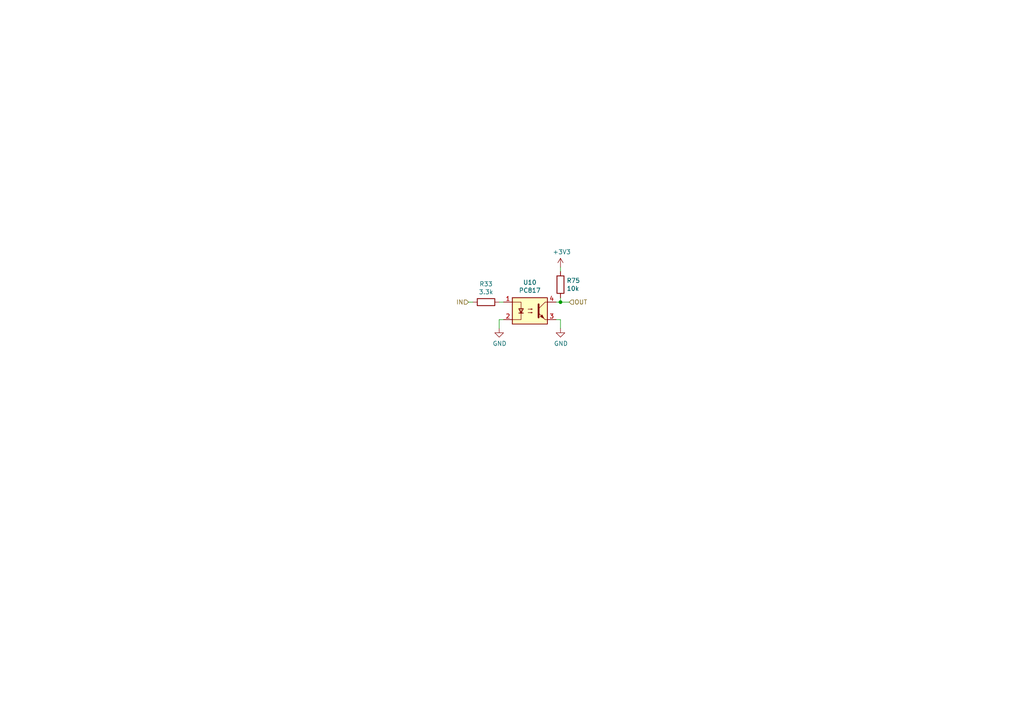
<source format=kicad_sch>
(kicad_sch (version 20211123) (generator eeschema)

  (uuid f69e36c6-01a6-483c-abf0-07d73af633d2)

  (paper "A4")

  (lib_symbols
    (symbol "Device:R" (pin_numbers hide) (pin_names (offset 0)) (in_bom yes) (on_board yes)
      (property "Reference" "R" (id 0) (at 2.032 0 90)
        (effects (font (size 1.27 1.27)))
      )
      (property "Value" "R" (id 1) (at 0 0 90)
        (effects (font (size 1.27 1.27)))
      )
      (property "Footprint" "" (id 2) (at -1.778 0 90)
        (effects (font (size 1.27 1.27)) hide)
      )
      (property "Datasheet" "~" (id 3) (at 0 0 0)
        (effects (font (size 1.27 1.27)) hide)
      )
      (property "ki_keywords" "R res resistor" (id 4) (at 0 0 0)
        (effects (font (size 1.27 1.27)) hide)
      )
      (property "ki_description" "Resistor" (id 5) (at 0 0 0)
        (effects (font (size 1.27 1.27)) hide)
      )
      (property "ki_fp_filters" "R_*" (id 6) (at 0 0 0)
        (effects (font (size 1.27 1.27)) hide)
      )
      (symbol "R_0_1"
        (rectangle (start -1.016 -2.54) (end 1.016 2.54)
          (stroke (width 0.254) (type default) (color 0 0 0 0))
          (fill (type none))
        )
      )
      (symbol "R_1_1"
        (pin passive line (at 0 3.81 270) (length 1.27)
          (name "~" (effects (font (size 1.27 1.27))))
          (number "1" (effects (font (size 1.27 1.27))))
        )
        (pin passive line (at 0 -3.81 90) (length 1.27)
          (name "~" (effects (font (size 1.27 1.27))))
          (number "2" (effects (font (size 1.27 1.27))))
        )
      )
    )
    (symbol "Isolator:PC817" (pin_names (offset 1.016)) (in_bom yes) (on_board yes)
      (property "Reference" "U" (id 0) (at -5.08 5.08 0)
        (effects (font (size 1.27 1.27)) (justify left))
      )
      (property "Value" "PC817" (id 1) (at 0 5.08 0)
        (effects (font (size 1.27 1.27)) (justify left))
      )
      (property "Footprint" "Package_DIP:DIP-4_W7.62mm" (id 2) (at -5.08 -5.08 0)
        (effects (font (size 1.27 1.27) italic) (justify left) hide)
      )
      (property "Datasheet" "http://www.soselectronic.cz/a_info/resource/d/pc817.pdf" (id 3) (at 0 0 0)
        (effects (font (size 1.27 1.27)) (justify left) hide)
      )
      (property "ki_keywords" "NPN DC Optocoupler" (id 4) (at 0 0 0)
        (effects (font (size 1.27 1.27)) hide)
      )
      (property "ki_description" "DC Optocoupler, Vce 35V, CTR 50-300%, DIP-4" (id 5) (at 0 0 0)
        (effects (font (size 1.27 1.27)) hide)
      )
      (property "ki_fp_filters" "DIP*W7.62mm*" (id 6) (at 0 0 0)
        (effects (font (size 1.27 1.27)) hide)
      )
      (symbol "PC817_0_1"
        (rectangle (start -5.08 3.81) (end 5.08 -3.81)
          (stroke (width 0.254) (type default) (color 0 0 0 0))
          (fill (type background))
        )
        (polyline
          (pts
            (xy -3.175 -0.635)
            (xy -1.905 -0.635)
          )
          (stroke (width 0.254) (type default) (color 0 0 0 0))
          (fill (type none))
        )
        (polyline
          (pts
            (xy 2.54 0.635)
            (xy 4.445 2.54)
          )
          (stroke (width 0) (type default) (color 0 0 0 0))
          (fill (type none))
        )
        (polyline
          (pts
            (xy 4.445 -2.54)
            (xy 2.54 -0.635)
          )
          (stroke (width 0) (type default) (color 0 0 0 0))
          (fill (type outline))
        )
        (polyline
          (pts
            (xy 4.445 -2.54)
            (xy 5.08 -2.54)
          )
          (stroke (width 0) (type default) (color 0 0 0 0))
          (fill (type none))
        )
        (polyline
          (pts
            (xy 4.445 2.54)
            (xy 5.08 2.54)
          )
          (stroke (width 0) (type default) (color 0 0 0 0))
          (fill (type none))
        )
        (polyline
          (pts
            (xy -5.08 2.54)
            (xy -2.54 2.54)
            (xy -2.54 -0.635)
          )
          (stroke (width 0) (type default) (color 0 0 0 0))
          (fill (type none))
        )
        (polyline
          (pts
            (xy -2.54 -0.635)
            (xy -2.54 -2.54)
            (xy -5.08 -2.54)
          )
          (stroke (width 0) (type default) (color 0 0 0 0))
          (fill (type none))
        )
        (polyline
          (pts
            (xy 2.54 1.905)
            (xy 2.54 -1.905)
            (xy 2.54 -1.905)
          )
          (stroke (width 0.508) (type default) (color 0 0 0 0))
          (fill (type none))
        )
        (polyline
          (pts
            (xy -2.54 -0.635)
            (xy -3.175 0.635)
            (xy -1.905 0.635)
            (xy -2.54 -0.635)
          )
          (stroke (width 0.254) (type default) (color 0 0 0 0))
          (fill (type none))
        )
        (polyline
          (pts
            (xy -0.508 -0.508)
            (xy 0.762 -0.508)
            (xy 0.381 -0.635)
            (xy 0.381 -0.381)
            (xy 0.762 -0.508)
          )
          (stroke (width 0) (type default) (color 0 0 0 0))
          (fill (type none))
        )
        (polyline
          (pts
            (xy -0.508 0.508)
            (xy 0.762 0.508)
            (xy 0.381 0.381)
            (xy 0.381 0.635)
            (xy 0.762 0.508)
          )
          (stroke (width 0) (type default) (color 0 0 0 0))
          (fill (type none))
        )
        (polyline
          (pts
            (xy 3.048 -1.651)
            (xy 3.556 -1.143)
            (xy 4.064 -2.159)
            (xy 3.048 -1.651)
            (xy 3.048 -1.651)
          )
          (stroke (width 0) (type default) (color 0 0 0 0))
          (fill (type outline))
        )
      )
      (symbol "PC817_1_1"
        (pin passive line (at -7.62 2.54 0) (length 2.54)
          (name "~" (effects (font (size 1.27 1.27))))
          (number "1" (effects (font (size 1.27 1.27))))
        )
        (pin passive line (at -7.62 -2.54 0) (length 2.54)
          (name "~" (effects (font (size 1.27 1.27))))
          (number "2" (effects (font (size 1.27 1.27))))
        )
        (pin passive line (at 7.62 -2.54 180) (length 2.54)
          (name "~" (effects (font (size 1.27 1.27))))
          (number "3" (effects (font (size 1.27 1.27))))
        )
        (pin passive line (at 7.62 2.54 180) (length 2.54)
          (name "~" (effects (font (size 1.27 1.27))))
          (number "4" (effects (font (size 1.27 1.27))))
        )
      )
    )
    (symbol "power:+3.3V" (power) (pin_names (offset 0)) (in_bom yes) (on_board yes)
      (property "Reference" "#PWR" (id 0) (at 0 -3.81 0)
        (effects (font (size 1.27 1.27)) hide)
      )
      (property "Value" "+3.3V" (id 1) (at 0 3.556 0)
        (effects (font (size 1.27 1.27)))
      )
      (property "Footprint" "" (id 2) (at 0 0 0)
        (effects (font (size 1.27 1.27)) hide)
      )
      (property "Datasheet" "" (id 3) (at 0 0 0)
        (effects (font (size 1.27 1.27)) hide)
      )
      (property "ki_keywords" "power-flag" (id 4) (at 0 0 0)
        (effects (font (size 1.27 1.27)) hide)
      )
      (property "ki_description" "Power symbol creates a global label with name \"+3.3V\"" (id 5) (at 0 0 0)
        (effects (font (size 1.27 1.27)) hide)
      )
      (symbol "+3.3V_0_1"
        (polyline
          (pts
            (xy -0.762 1.27)
            (xy 0 2.54)
          )
          (stroke (width 0) (type default) (color 0 0 0 0))
          (fill (type none))
        )
        (polyline
          (pts
            (xy 0 0)
            (xy 0 2.54)
          )
          (stroke (width 0) (type default) (color 0 0 0 0))
          (fill (type none))
        )
        (polyline
          (pts
            (xy 0 2.54)
            (xy 0.762 1.27)
          )
          (stroke (width 0) (type default) (color 0 0 0 0))
          (fill (type none))
        )
      )
      (symbol "+3.3V_1_1"
        (pin power_in line (at 0 0 90) (length 0) hide
          (name "+3V3" (effects (font (size 1.27 1.27))))
          (number "1" (effects (font (size 1.27 1.27))))
        )
      )
    )
    (symbol "power:GND" (power) (pin_names (offset 0)) (in_bom yes) (on_board yes)
      (property "Reference" "#PWR" (id 0) (at 0 -6.35 0)
        (effects (font (size 1.27 1.27)) hide)
      )
      (property "Value" "GND" (id 1) (at 0 -3.81 0)
        (effects (font (size 1.27 1.27)))
      )
      (property "Footprint" "" (id 2) (at 0 0 0)
        (effects (font (size 1.27 1.27)) hide)
      )
      (property "Datasheet" "" (id 3) (at 0 0 0)
        (effects (font (size 1.27 1.27)) hide)
      )
      (property "ki_keywords" "power-flag" (id 4) (at 0 0 0)
        (effects (font (size 1.27 1.27)) hide)
      )
      (property "ki_description" "Power symbol creates a global label with name \"GND\" , ground" (id 5) (at 0 0 0)
        (effects (font (size 1.27 1.27)) hide)
      )
      (symbol "GND_0_1"
        (polyline
          (pts
            (xy 0 0)
            (xy 0 -1.27)
            (xy 1.27 -1.27)
            (xy 0 -2.54)
            (xy -1.27 -1.27)
            (xy 0 -1.27)
          )
          (stroke (width 0) (type default) (color 0 0 0 0))
          (fill (type none))
        )
      )
      (symbol "GND_1_1"
        (pin power_in line (at 0 0 270) (length 0) hide
          (name "GND" (effects (font (size 1.27 1.27))))
          (number "1" (effects (font (size 1.27 1.27))))
        )
      )
    )
  )

  (junction (at 162.56 87.63) (diameter 0) (color 0 0 0 0)
    (uuid 256f149d-02f5-4354-bf6c-182682f2bf7c)
  )

  (wire (pts (xy 162.56 92.71) (xy 162.56 95.25))
    (stroke (width 0) (type default) (color 0 0 0 0))
    (uuid 09fbd32a-daa5-405d-840a-b27bf6d393ed)
  )
  (wire (pts (xy 162.56 77.47) (xy 162.56 78.74))
    (stroke (width 0) (type default) (color 0 0 0 0))
    (uuid 43c7fef1-e03d-48ef-bf12-fa9e5d486815)
  )
  (wire (pts (xy 162.56 87.63) (xy 161.29 87.63))
    (stroke (width 0) (type default) (color 0 0 0 0))
    (uuid 69673e0f-fe67-4e9a-a57b-edd295c821f1)
  )
  (wire (pts (xy 144.78 92.71) (xy 144.78 95.25))
    (stroke (width 0) (type default) (color 0 0 0 0))
    (uuid 9c335045-dbc8-4d9d-82eb-8d5fcac8b68c)
  )
  (wire (pts (xy 162.56 86.36) (xy 162.56 87.63))
    (stroke (width 0) (type default) (color 0 0 0 0))
    (uuid 9ee4c973-1d89-4d6e-88db-c7961c04be36)
  )
  (wire (pts (xy 161.29 92.71) (xy 162.56 92.71))
    (stroke (width 0) (type default) (color 0 0 0 0))
    (uuid a69c4d97-1ffb-4748-8c67-70b548f705a6)
  )
  (wire (pts (xy 137.16 87.63) (xy 135.89 87.63))
    (stroke (width 0) (type default) (color 0 0 0 0))
    (uuid af876917-6874-4d75-8cab-a8ddf8d76313)
  )
  (wire (pts (xy 146.05 87.63) (xy 144.78 87.63))
    (stroke (width 0) (type default) (color 0 0 0 0))
    (uuid b1f77dd1-6eee-4711-8e0a-cfbd51afe347)
  )
  (wire (pts (xy 146.05 92.71) (xy 144.78 92.71))
    (stroke (width 0) (type default) (color 0 0 0 0))
    (uuid c4450115-5135-4b3a-a8ab-80734542ca94)
  )
  (wire (pts (xy 162.56 87.63) (xy 165.1 87.63))
    (stroke (width 0) (type default) (color 0 0 0 0))
    (uuid cf5ac2ff-1210-44be-b9fd-44e8cab03096)
  )

  (hierarchical_label "IN" (shape input) (at 135.89 87.63 180)
    (effects (font (size 1.27 1.27)) (justify right))
    (uuid 2f8a0c61-c690-4516-a149-28d3fd085766)
  )
  (hierarchical_label "OUT" (shape input) (at 165.1 87.63 0)
    (effects (font (size 1.27 1.27)) (justify left))
    (uuid d45078d4-b7e1-4051-8560-6388d4c11bf6)
  )

  (symbol (lib_id "Isolator:PC817") (at 153.67 90.17 0)
    (in_bom yes) (on_board yes)
    (uuid 05c75350-a42e-4fab-8563-400815d5528e)
    (property "Reference" "U10" (id 0) (at 153.67 81.915 0))
    (property "Value" "PC817" (id 1) (at 153.67 84.2264 0))
    (property "Footprint" "Package_DIP:DIP-4_W7.62mm" (id 2) (at 148.59 95.25 0)
      (effects (font (size 1.27 1.27) italic) (justify left) hide)
    )
    (property "Datasheet" "http://www.soselectronic.cz/a_info/resource/d/pc817.pdf" (id 3) (at 153.67 90.17 0)
      (effects (font (size 1.27 1.27)) (justify left) hide)
    )
    (pin "1" (uuid efc96b22-2a31-4626-830f-672da1989f95))
    (pin "2" (uuid 3a713dca-725e-484f-8491-81f0cfa80bda))
    (pin "3" (uuid bbf4d918-6f52-4124-b2ad-7c2e6d0e6ba2))
    (pin "4" (uuid c33f56b8-d72b-4e20-b546-e8eebc710b09))
  )

  (symbol (lib_id "Device:R") (at 140.97 87.63 270)
    (in_bom yes) (on_board yes)
    (uuid 12dd7619-141d-48a3-89cf-b9bbdd3cb177)
    (property "Reference" "R33" (id 0) (at 140.97 82.3722 90))
    (property "Value" "3.3k" (id 1) (at 140.97 84.6836 90))
    (property "Footprint" "Resistor_SMD:R_0603_1608Metric" (id 2) (at 140.97 85.852 90)
      (effects (font (size 1.27 1.27)) hide)
    )
    (property "Datasheet" "~" (id 3) (at 140.97 87.63 0)
      (effects (font (size 1.27 1.27)) hide)
    )
    (pin "1" (uuid 8a000dcc-99af-4fb6-bb8b-bb0a9276702a))
    (pin "2" (uuid 42d819b3-4ab2-412e-b5cf-e9371a5765ff))
  )

  (symbol (lib_id "Device:R") (at 162.56 82.55 180)
    (in_bom yes) (on_board yes)
    (uuid 21ccf919-8fbc-45f8-b736-9fad6d58bd53)
    (property "Reference" "R75" (id 0) (at 164.338 81.3816 0)
      (effects (font (size 1.27 1.27)) (justify right))
    )
    (property "Value" "10k" (id 1) (at 164.338 83.693 0)
      (effects (font (size 1.27 1.27)) (justify right))
    )
    (property "Footprint" "Resistor_SMD:R_0603_1608Metric" (id 2) (at 164.338 82.55 90)
      (effects (font (size 1.27 1.27)) hide)
    )
    (property "Datasheet" "~" (id 3) (at 162.56 82.55 0)
      (effects (font (size 1.27 1.27)) hide)
    )
    (pin "1" (uuid a27d71ca-7b5d-4ae6-8c95-2781037dffff))
    (pin "2" (uuid e928ca05-7417-46e9-8a96-675b5cfb3e51))
  )

  (symbol (lib_id "power:GND") (at 144.78 95.25 0)
    (in_bom yes) (on_board yes)
    (uuid 59f869de-7715-4258-be12-20fc58968021)
    (property "Reference" "#PWR0162" (id 0) (at 144.78 101.6 0)
      (effects (font (size 1.27 1.27)) hide)
    )
    (property "Value" "GND" (id 1) (at 144.907 99.6442 0))
    (property "Footprint" "" (id 2) (at 144.78 95.25 0)
      (effects (font (size 1.27 1.27)) hide)
    )
    (property "Datasheet" "" (id 3) (at 144.78 95.25 0)
      (effects (font (size 1.27 1.27)) hide)
    )
    (pin "1" (uuid 825c081b-5e86-4213-a7a9-758d87bfcf29))
  )

  (symbol (lib_id "power:GND") (at 162.56 95.25 0)
    (in_bom yes) (on_board yes)
    (uuid 7d875394-de2b-4900-b085-ae4ab55b80ad)
    (property "Reference" "#PWR0161" (id 0) (at 162.56 101.6 0)
      (effects (font (size 1.27 1.27)) hide)
    )
    (property "Value" "GND" (id 1) (at 162.687 99.6442 0))
    (property "Footprint" "" (id 2) (at 162.56 95.25 0)
      (effects (font (size 1.27 1.27)) hide)
    )
    (property "Datasheet" "" (id 3) (at 162.56 95.25 0)
      (effects (font (size 1.27 1.27)) hide)
    )
    (pin "1" (uuid 8dea55ac-9d6e-4805-ad97-0186beeca5ff))
  )

  (symbol (lib_id "power:+3.3V") (at 162.56 77.47 0)
    (in_bom yes) (on_board yes)
    (uuid d02a5bcf-64c1-4433-b95d-b066c1d5802e)
    (property "Reference" "#PWR0160" (id 0) (at 162.56 81.28 0)
      (effects (font (size 1.27 1.27)) hide)
    )
    (property "Value" "+3.3V" (id 1) (at 162.941 73.0758 0))
    (property "Footprint" "" (id 2) (at 162.56 77.47 0)
      (effects (font (size 1.27 1.27)) hide)
    )
    (property "Datasheet" "" (id 3) (at 162.56 77.47 0)
      (effects (font (size 1.27 1.27)) hide)
    )
    (pin "1" (uuid b7b09b6c-24f0-4f03-8a2f-5f73db4183d8))
  )
)

</source>
